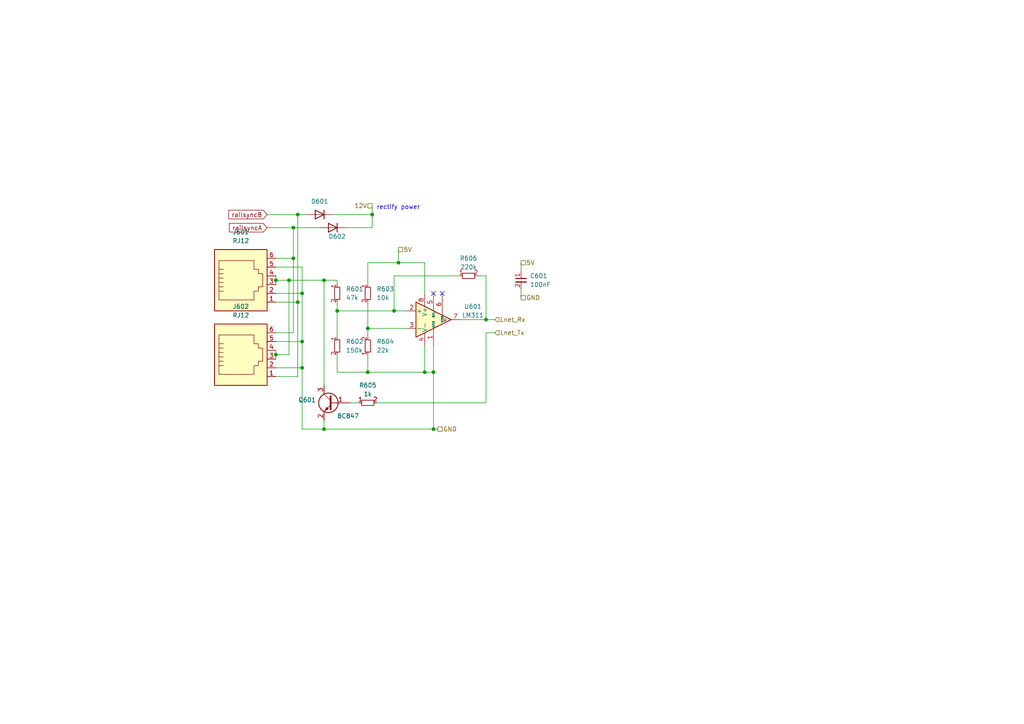
<source format=kicad_sch>
(kicad_sch (version 20230121) (generator eeschema)
  (paper "A4")
  (lib_symbols
    (symbol "Comparator:LM311" (pin_names (offset 0.127))
      (property "Reference" "U" (at 3.81 6.35 0))
      (property "Value" "LM311" (at 3.81 3.81 0))
      (symbol "LM311_0_1"
        (polyline (pts (xy 5.08 0) (xy -5.08 5.08) (xy -5.08 -5.08) (xy 5.08 0)) (stroke (width 0.254)) (fill (type background)))
        (polyline (pts (xy 3.683 -0.381) (xy 3.302 -0.381) (xy 3.683 0) (xy 3.302 0.381) (xy 2.921 0) (xy 3.302 -0.381) (xy 2.921 -0.381)) (stroke (width 0.127)))
      )
      (symbol "LM311_1_1"
        (pin passive line (at 0 -7.62 90) (length 5.08) (name "GND") (number "1"))
        (pin input line (at -7.62 2.54 0) (length 2.54) (name "+") (number "2"))
        (pin input line (at -7.62 -2.54 0) (length 2.54) (name "-") (number "3"))
        (pin power_in line (at -2.54 -7.62 90) (length 3.81) (name "V-") (number "4"))
        (pin input line (at 0 7.62 270) (length 5.08) (name "BAL") (number "5"))
        (pin input line (at 2.54 7.62 270) (length 6.35) (name "STRB") (number "6"))
        (pin open_collector line (at 7.62 0 180) (length 2.54) (name "~") (number "7"))
        (pin power_in line (at -2.54 7.62 270) (length 3.81) (name "V+") (number "8"))
      )
    )
    (symbol "Diode:SM4007" (pin_numbers hide) (pin_names hide)
      (property "Reference" "D" (at 0 2.54 0))
      (property "Value" "SM4007" (at 0 -2.54 0))
      (symbol "SM4007_0_1"
        (polyline (pts (xy -1.27 1.27) (xy -1.27 -1.27)) (stroke (width 0.254)))
        (polyline (pts (xy 1.27 0) (xy -1.27 0)))
        (polyline (pts (xy 1.27 1.27) (xy 1.27 -1.27) (xy -1.27 0) (xy 1.27 1.27)) (stroke (width 0.254)))
      )
      (symbol "SM4007_1_1"
        (pin passive line (at -3.81 0 0) (length 2.54) (name "K") (number "1"))
        (pin passive line (at 3.81 0 180) (length 2.54) (name "A") (number "2"))
      )
    )
    (symbol "Transistor_BJT:BC847" (pin_names (offset 0) hide)
      (property "Reference" "Q" (at 5.08 1.905 0))
      (property "Value" "BC847" (at 5.08 0 0))
      (symbol "BC847_0_1"
        (polyline (pts (xy 0.635 0.635) (xy 2.54 2.54)))
        (polyline (pts (xy 0.635 -0.635) (xy 2.54 -2.54) (xy 2.54 -2.54)))
        (polyline (pts (xy 0.635 1.905) (xy 0.635 -1.905) (xy 0.635 -1.905)) (stroke (width 0.508)))
        (polyline (pts (xy 1.27 -1.778) (xy 1.778 -1.27) (xy 2.286 -2.286) (xy 1.27 -1.778) (xy 1.27 -1.778)) (fill (type outline)))
        (circle (center 1.27 0) (radius 2.8194) (stroke (width 0.254)))
      )
      (symbol "BC847_1_1"
        (pin input line (at -5.08 0 0) (length 5.715) (name "B") (number "1"))
        (pin passive line (at 2.54 -5.08 90) (length 2.54) (name "E") (number "2"))
        (pin passive line (at 2.54 5.08 270) (length 2.54) (name "C") (number "3"))
      )
    )
    (symbol "capacitor_miscellaneous:C_0402_100nF"
      (property "Reference" "U" (at 1.27 2.54 0))
      (property "Value" "100nF" (at 3.81 -2.54 0))
      (property "JLCPCB Part#" "C307331" (at 0 0 0))
      (symbol "C_0402_100nF_0_1"
        (polyline (pts (xy -1.524 -0.508) (xy 1.524 -0.508)) (stroke (width 0.3302)))
        (polyline (pts (xy -1.524 0.508) (xy 1.524 0.508)) (stroke (width 0.3048)))
      )
      (symbol "C_0402_100nF_1_1"
        (pin passive line (at 0 2.54 270) (length 2.032) (name "~") (number "1"))
        (pin passive line (at 0 -2.54 90) (length 2.032) (name "~") (number "2"))
      )
    )
    (symbol "custom_kicad_lib_sk:RJ12" (pin_names (offset 1.016))
      (property "Reference" "J" (at -5.08 11.43 0))
      (property "Value" "RJ12" (at 2.54 11.43 0))
      (symbol "RJ12_0_1"
        (polyline (pts (xy -6.35 -1.905) (xy -5.08 -1.905) (xy -5.08 -1.905)))
        (polyline (pts (xy -6.35 -0.635) (xy -5.08 -0.635) (xy -5.08 -0.635)))
        (polyline (pts (xy -6.35 0.635) (xy -5.08 0.635) (xy -5.08 0.635)))
        (polyline (pts (xy -6.35 1.905) (xy -5.08 1.905) (xy -5.08 1.905)))
        (polyline (pts (xy -6.35 3.175) (xy -5.08 3.175) (xy -5.08 3.175)))
        (polyline (pts (xy -5.08 4.445) (xy -6.35 4.445) (xy -6.35 4.445)))
        (polyline (pts (xy -6.35 -4.445) (xy -6.35 6.985) (xy 3.81 6.985) (xy 3.81 4.445) (xy 5.08 4.445) (xy 5.08 3.175) (xy 6.35 3.175) (xy 6.35 -0.635) (xy 5.08 -0.635) (xy 5.08 -1.905) (xy 3.81 -1.905) (xy 3.81 -4.445) (xy -6.35 -4.445) (xy -6.35 -4.445)))
        (rectangle (start 7.62 10.16) (end -7.62 -7.62) (stroke (width 0.254)) (fill (type background)))
      )
      (symbol "RJ12_1_1"
        (pin passive line (at 10.16 -5.08 180) (length 2.54) (name "~") (number "1"))
        (pin passive line (at 10.16 -2.54 180) (length 2.54) (name "~") (number "2"))
        (pin passive line (at 10.16 0 180) (length 2.54) (name "~") (number "3"))
        (pin passive line (at 10.16 2.54 180) (length 2.54) (name "~") (number "4"))
        (pin passive line (at 10.16 5.08 180) (length 2.54) (name "~") (number "5"))
        (pin passive line (at 10.16 7.62 180) (length 2.54) (name "~") (number "6"))
      )
    )
    (symbol "resistors_0603:R_10k_0603"
      (property "Reference" "R" (at 1.27 2.54 0))
      (property "Value" "10k" (at 2.54 -2.54 0))
      (symbol "R_10k_0603_0_1"
        (rectangle (start -0.762 1.778) (end 0.762 -1.778) (stroke (width 0.2032)))
      )
      (symbol "R_10k_0603_1_1"
        (pin passive line (at 0 2.54 270) (length 0.762) (name "~") (number "1"))
        (pin passive line (at 0 -2.54 90) (length 0.762) (name "~") (number "2"))
      )
    )
    (symbol "resistors_0603:R_150k_0603"
      (property "Reference" "R" (at 1.27 2.54 0))
      (property "Value" "150k" (at 2.54 -2.54 0))
      (symbol "R_150k_0603_0_1"
        (rectangle (start -0.762 1.778) (end 0.762 -1.778) (stroke (width 0.2032)))
      )
      (symbol "R_150k_0603_1_1"
        (pin passive line (at 0 2.54 270) (length 0.762) (name "~") (number "1"))
        (pin passive line (at 0 -2.54 90) (length 0.762) (name "~") (number "2"))
      )
    )
    (symbol "resistors_0603:R_1k_0603"
      (property "Reference" "R" (at 1.27 2.54 0))
      (property "Value" "1k" (at 2.54 -2.54 0))
      (symbol "R_1k_0603_0_1"
        (rectangle (start -0.762 1.778) (end 0.762 -1.778) (stroke (width 0.2032)))
      )
      (symbol "R_1k_0603_1_1"
        (pin passive line (at 0 2.54 270) (length 0.762) (name "~") (number "1"))
        (pin passive line (at 0 -2.54 90) (length 0.762) (name "~") (number "2"))
      )
    )
    (symbol "resistors_0603:R_220k_0603"
      (property "Reference" "R" (at 1.27 2.54 0))
      (property "Value" "220k" (at 2.54 -2.54 0))
      (symbol "R_220k_0603_0_1"
        (rectangle (start -0.762 1.778) (end 0.762 -1.778) (stroke (width 0.2032)))
      )
      (symbol "R_220k_0603_1_1"
        (pin passive line (at 0 2.54 270) (length 0.762) (name "~") (number "1"))
        (pin passive line (at 0 -2.54 90) (length 0.762) (name "~") (number "2"))
      )
    )
    (symbol "resistors_0603:R_22k_0603"
      (property "Reference" "R" (at 1.27 2.54 0))
      (property "Value" "22k" (at 2.54 -2.54 0))
      (symbol "R_22k_0603_0_1"
        (rectangle (start -0.762 1.778) (end 0.762 -1.778) (stroke (width 0.2032)))
      )
      (symbol "R_22k_0603_1_1"
        (pin passive line (at 0 2.54 270) (length 0.762) (name "~") (number "1"))
        (pin passive line (at 0 -2.54 90) (length 0.762) (name "~") (number "2"))
      )
    )
    (symbol "resistors_0603:R_47k_0603"
      (property "Reference" "R" (at 1.27 2.54 0))
      (property "Value" "47k" (at 2.54 -2.54 0))
      (symbol "R_47k_0603_0_1"
        (rectangle (start -0.762 1.778) (end 0.762 -1.778) (stroke (width 0.2032)))
      )
      (symbol "R_47k_0603_1_1"
        (pin passive line (at 0 2.54 270) (length 0.762) (name "~") (number "1"))
        (pin passive line (at 0 -2.54 90) (length 0.762) (name "~") (number "2"))
      )
    )
  )
  (junction (at 87.63 85.09))
  (junction (at 123.19 107.95))
  (junction (at 115.57 76.2))
  (junction (at 93.98 81.28))
  (junction (at 80.01 102.87))
  (junction (at 114.3 90.17))
  (junction (at 86.36 87.63))
  (junction (at 85.09 66.04))
  (junction (at 140.97 92.71))
  (junction (at 107.95 62.23))
  (junction (at 106.68 107.95))
  (junction (at 87.63 106.68))
  (junction (at 125.73 124.46))
  (junction (at 85.09 74.93))
  (junction (at 83.82 81.28))
  (junction (at 86.36 62.23))
  (junction (at 87.63 99.06))
  (junction (at 106.68 95.25))
  (junction (at 125.73 107.95))
  (junction (at 80.01 81.28))
  (junction (at 97.79 90.17))
  (junction (at 93.98 124.46))
  (no_connect (at 128.27 85.09))
  (no_connect (at 125.73 85.09))
  (wire (pts (xy 125.73 107.95) (xy 125.73 124.46)))
  (wire (pts (xy 80.01 106.68) (xy 87.63 106.68)))
  (wire (pts (xy 97.79 107.95) (xy 106.68 107.95)))
  (wire (pts (xy 97.79 90.17) (xy 114.3 90.17)))
  (wire (pts (xy 87.63 85.09) (xy 87.63 77.47)))
  (wire (pts (xy 107.95 59.69) (xy 107.95 62.23)))
  (wire (pts (xy 106.68 95.25) (xy 106.68 97.79)))
  (wire (pts (xy 106.68 107.95) (xy 123.19 107.95)))
  (wire (pts (xy 140.97 80.01) (xy 138.43 80.01)))
  (wire (pts (xy 106.68 76.2) (xy 106.68 82.55)))
  (wire (pts (xy 80.01 102.87) (xy 83.82 102.87)))
  (wire (pts (xy 109.22 116.84) (xy 140.97 116.84)))
  (wire (pts (xy 123.19 85.09) (xy 123.19 76.2)))
  (wire (pts (xy 118.11 90.17) (xy 114.3 90.17)))
  (wire (pts (xy 93.98 81.28) (xy 97.79 81.28)))
  (wire (pts (xy 123.19 107.95) (xy 123.19 100.33)))
  (wire (pts (xy 93.98 124.46) (xy 125.73 124.46)))
  (wire (pts (xy 97.79 87.63) (xy 97.79 90.17)))
  (wire (pts (xy 114.3 90.17) (xy 114.3 80.01)))
  (wire (pts (xy 80.01 81.28) (xy 80.01 82.55)))
  (wire (pts (xy 114.3 80.01) (xy 133.35 80.01)))
  (wire (pts (xy 115.57 72.39) (xy 115.57 76.2)))
  (wire (pts (xy 87.63 85.09) (xy 87.63 99.06)))
  (wire (pts (xy 83.82 81.28) (xy 93.98 81.28)))
  (wire (pts (xy 85.09 66.04) (xy 92.71 66.04)))
  (wire (pts (xy 140.97 96.52) (xy 140.97 116.84)))
  (wire (pts (xy 80.01 87.63) (xy 86.36 87.63)))
  (wire (pts (xy 96.52 62.23) (xy 107.95 62.23)))
  (wire (pts (xy 87.63 106.68) (xy 87.63 124.46)))
  (wire (pts (xy 97.79 81.28) (xy 97.79 82.55)))
  (wire (pts (xy 77.47 62.23) (xy 86.36 62.23)))
  (wire (pts (xy 86.36 62.23) (xy 88.9 62.23)))
  (wire (pts (xy 107.95 62.23) (xy 107.95 66.04)))
  (wire (pts (xy 151.13 76.2) (xy 151.13 78.74)))
  (wire (pts (xy 85.09 66.04) (xy 85.09 74.93)))
  (wire (pts (xy 133.35 92.71) (xy 140.97 92.71)))
  (wire (pts (xy 80.01 102.87) (xy 80.01 104.14)))
  (wire (pts (xy 106.68 76.2) (xy 115.57 76.2)))
  (wire (pts (xy 80.01 85.09) (xy 87.63 85.09)))
  (wire (pts (xy 140.97 92.71) (xy 143.51 92.71)))
  (wire (pts (xy 106.68 87.63) (xy 106.68 95.25)))
  (wire (pts (xy 107.95 66.04) (xy 100.33 66.04)))
  (wire (pts (xy 125.73 124.46) (xy 127 124.46)))
  (wire (pts (xy 87.63 106.68) (xy 87.63 99.06)))
  (wire (pts (xy 87.63 124.46) (xy 93.98 124.46)))
  (wire (pts (xy 80.01 101.6) (xy 80.01 102.87)))
  (wire (pts (xy 123.19 107.95) (xy 125.73 107.95)))
  (wire (pts (xy 123.19 76.2) (xy 115.57 76.2)))
  (wire (pts (xy 80.01 80.01) (xy 80.01 81.28)))
  (wire (pts (xy 80.01 74.93) (xy 85.09 74.93)))
  (wire (pts (xy 106.68 107.95) (xy 106.68 102.87)))
  (wire (pts (xy 77.47 66.04) (xy 85.09 66.04)))
  (wire (pts (xy 125.73 107.95) (xy 125.73 100.33)))
  (wire (pts (xy 140.97 80.01) (xy 140.97 92.71)))
  (wire (pts (xy 93.98 81.28) (xy 93.98 111.76)))
  (wire (pts (xy 83.82 81.28) (xy 83.82 102.87)))
  (wire (pts (xy 80.01 81.28) (xy 83.82 81.28)))
  (wire (pts (xy 143.51 96.52) (xy 140.97 96.52)))
  (wire (pts (xy 86.36 62.23) (xy 86.36 87.63)))
  (wire (pts (xy 80.01 109.22) (xy 86.36 109.22)))
  (wire (pts (xy 106.68 95.25) (xy 118.11 95.25)))
  (wire (pts (xy 80.01 96.52) (xy 85.09 96.52)))
  (wire (pts (xy 86.36 87.63) (xy 86.36 109.22)))
  (wire (pts (xy 151.13 83.82) (xy 151.13 86.36)))
  (wire (pts (xy 85.09 74.93) (xy 85.09 96.52)))
  (wire (pts (xy 80.01 99.06) (xy 87.63 99.06)))
  (wire (pts (xy 97.79 90.17) (xy 97.79 97.79)))
  (wire (pts (xy 97.79 102.87) (xy 97.79 107.95)))
  (wire (pts (xy 93.98 121.92) (xy 93.98 124.46)))
  (wire (pts (xy 101.6 116.84) (xy 104.14 116.84)))
  (wire (pts (xy 87.63 77.47) (xy 80.01 77.47)))
  (text "rectify power" (at 109.22 60.96 0) (effects (font (size 1.27 1.27)) (justify left bottom)))
  (global_label "railsyncA" (shape input) (at 77.47 66.04 180) (property "Intersheetrefs" "${INTERSHEET_REFS}" (effects hide)))
  (global_label "railsyncB" (shape input) (at 77.47 62.23 180) (property "Intersheetrefs" "${INTERSHEET_REFS}" (effects hide)))
  (hierarchical_label "GND" (shape passive) (at 151.13 86.36 0))
  (hierarchical_label "5V" (shape passive) (at 115.57 72.39 0))
  (hierarchical_label "Lnet_Tx" (shape input) (at 143.51 96.52 0))
  (hierarchical_label "12V" (shape passive) (at 107.95 59.69 180))
  (hierarchical_label "5V" (shape passive) (at 151.13 76.2 0))
  (hierarchical_label "Lnet_Rx" (shape input) (at 143.51 92.71 0))
  (hierarchical_label "GND" (shape passive) (at 127 124.46 0))
  (symbol (lib_id "resistors_0603:R_22k_0603") (at 106.68 100.33 180) (unit 1)
    (property "Reference" "R604" (at 109.22 99.06 0) (effects (justify right)))
    (property "Value" "22k" (at 109.22 101.6 0) (effects (justify right)))
    (property "Footprint" "custom_kicad_lib_sk:R_0603_smalltext" (effects hide))
    (property "JLCPCB Part#" "C31850" (effects hide))
  )
  (symbol (lib_id "resistors_0603:R_10k_0603") (at 106.68 85.09 0) (unit 1)
    (property "Reference" "R603" (at 109.22 83.82 0) (effects (justify left)))
    (property "Value" "10k" (at 109.22 86.36 0) (effects (justify left)))
    (property "Footprint" "custom_kicad_lib_sk:R_0603_smalltext" (effects hide))
    (property "JLCPCB Part#" "C25804" (effects hide))
  )
  (symbol (lib_id "Diode:SM4007") (at 92.71 62.23 180) (unit 1)
    (property "Reference" "D601" (at 92.71 58.42 0))
    (property "Value" "SM4007" (effects hide))
    (property "Footprint" "Diode_SMD:D_SOD-123F" (effects hide))
    (property "Datasheet" "http://cdn-reichelt.de/documents/datenblatt/A400/SMD1N400%23DIO.pdf" (effects hide))
    (property "Sim.Device" "D" (effects hide))
    (property "Sim.Pins" "1=K 2=A" (effects hide))
    (property "JLCPCB Part#" "C64898" (effects hide))
  )
  (symbol (lib_id "custom_kicad_lib_sk:RJ12") (at 69.85 82.55 0) (unit 1)
    (property "Reference" "J601" (at 69.85 67.31 0))
    (property "Value" "RJ12" (at 69.85 69.85 0))
    (property "Footprint" "custom_kicad_lib_sk:RJ12" (effects hide))
  )
  (symbol (lib_id "Comparator:LM311") (at 125.73 92.71 0) (unit 1)
    (property "Reference" "U601" (at 137.16 88.9 0))
    (property "Value" "LM311" (at 137.16 91.44 0))
    (property "Footprint" "Package_SO:SOP-8_3.9x4.9mm_P1.27mm" (effects hide))
    (property "Datasheet" "https://www.st.com/resource/en/datasheet/lm311.pdf" (effects hide))
    (property "JLCPCB Part#" "C434495" (effects hide))
  )
  (symbol (lib_id "Transistor_BJT:BC847") (at 96.52 116.84 0) (mirror y) (unit 1)
    (property "Reference" "Q601" (at 91.6686 116.0053 0) (effects (justify left)))
    (property "Value" "BC847" (at 104.14 120.65 0) (effects (justify left)))
    (property "Footprint" "Package_TO_SOT_SMD:SOT-23" (effects hide))
    (property "Datasheet" "http://www.infineon.com/dgdl/Infineon-BC847SERIES_BC848SERIES_BC849SERIES_BC850SERIES-DS-v01_01-en.pdf?fileId=db3a304314dca389011541d4630a1657" (effects hide))
    (property "JLCPCB Part#" "C181140" (effects hide))
  )
  (symbol (lib_id "resistors_0603:R_1k_0603") (at 106.68 116.84 90) (unit 1)
    (property "Reference" "R605" (at 106.68 111.76 90))
    (property "Value" "1k" (at 106.68 114.3 90))
    (property "Footprint" "custom_kicad_lib_sk:R_0603_smalltext" (effects hide))
    (property "JLCPCB Part#" "C21190" (effects hide))
  )
  (symbol (lib_id "resistors_0603:R_150k_0603") (at 97.79 100.33 0) (unit 1)
    (property "Reference" "R602" (at 100.33 99.06 0) (effects (justify left)))
    (property "Value" "150k" (at 100.33 101.6 0) (effects (justify left)))
    (property "Footprint" "custom_kicad_lib_sk:R_0603_smalltext" (effects hide))
    (property "JLCPCB Part#" "C22807" (effects hide))
  )
  (symbol (lib_id "resistors_0603:R_220k_0603") (at 135.89 80.01 90) (unit 1)
    (property "Reference" "R606" (at 135.89 74.93 90))
    (property "Value" "220k" (at 135.89 77.47 90))
    (property "Footprint" "custom_kicad_lib_sk:R_0603_smalltext" (effects hide))
    (property "JLCPCB Part#" "C22961" (effects hide))
  )
  (symbol (lib_id "Diode:SM4007") (at 96.52 66.04 180) (unit 1)
    (property "Reference" "D602" (at 97.79 68.58 0))
    (property "Value" "SM4007" (effects hide))
    (property "Footprint" "Diode_SMD:D_SOD-123F" (effects hide))
    (property "Datasheet" "http://cdn-reichelt.de/documents/datenblatt/A400/SMD1N400%23DIO.pdf" (effects hide))
    (property "Sim.Device" "D" (effects hide))
    (property "Sim.Pins" "1=K 2=A" (effects hide))
    (property "JLCPCB Part#" "C64898" (effects hide))
  )
  (symbol (lib_id "custom_kicad_lib_sk:RJ12") (at 69.85 104.14 0) (unit 1)
    (property "Reference" "J602" (at 69.85 88.9 0))
    (property "Value" "RJ12" (at 69.85 91.44 0))
    (property "Footprint" "custom_kicad_lib_sk:RJ12" (effects hide))
  )
  (symbol (lib_id "resistors_0603:R_47k_0603") (at 97.79 85.09 0) (unit 1)
    (property "Reference" "R601" (at 100.33 83.82 0) (effects (justify left)))
    (property "Value" "47k" (at 100.33 86.36 0) (effects (justify left)))
    (property "Footprint" "custom_kicad_lib_sk:R_0603_smalltext" (effects hide))
    (property "JLCPCB Part#" "C25819" (effects hide))
  )
  (symbol (lib_id "capacitor_miscellaneous:C_0402_100nF") (at 151.13 81.28 0) (unit 1)
    (property "Reference" "C601" (at 153.67 80.0163 0) (effects (justify left)))
    (property "Value" "100nF" (at 153.67 82.5563 0) (effects (justify left)))
    (property "Footprint" "Capacitor_SMD:C_0402_1005Metric" (effects hide))
    (property "JLCPCB Part#" "C307331" (effects hide))
  )
)
</source>
